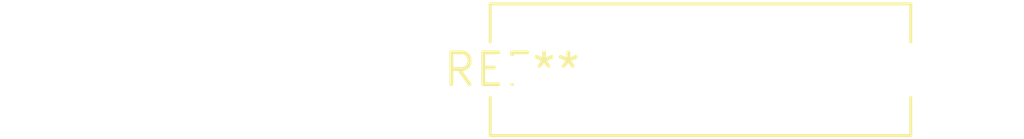
<source format=kicad_pcb>
(kicad_pcb (version 20240108) (generator pcbnew)
  (layers (0 "F.Cu" signal) (31 "B.Cu" signal) (34 "B.Paste" user) (35 "F.Paste" user) (36 "B.SilkS" user "B.Silkscreen") (37 "F.SilkS" user "F.Silkscreen") (38 "B.Mask" user) (39 "F.Mask" user) (44 "Edge.Cuts" user))
  (net 0 "")
  (footprint "C_Rect_L16.5mm_W5.0mm_P15.00mm_MKT" (layer "F.Cu") (at 0 0)
    (property "Reference" "REF**")
    (property "Value" "C_Rect_L16.5mm_W5.0mm_P15.00mm_MKT")
    (fp_line (start -0.87 -2.62) (end -0.87 -1.104) (layer "F.SilkS") (stroke (width 0.12)))
    (fp_line (start -0.87 -2.62) (end 15.87 -2.62) (layer "F.SilkS") (stroke (width 0.12)))
    (fp_line (start -0.87 1.104) (end -0.87 2.62) (layer "F.SilkS") (stroke (width 0.12)))
    (fp_line (start -0.87 2.62) (end 15.87 2.62) (layer "F.SilkS") (stroke (width 0.12)))
    (fp_line (start 15.87 -2.62) (end 15.87 -1.104) (layer "F.SilkS") (stroke (width 0.12)))
    (fp_line (start 15.87 1.104) (end 15.87 2.62) (layer "F.SilkS") (stroke (width 0.12)))
    (pad "1" thru_hole circle (at 0 0) (size 2.2 2.2) (drill 1.1) (layers *.Cu *.Mask) (remove_unused_layers))
    (pad "2" thru_hole circle (at 15 0) (size 2.2 2.2) (drill 1.1) (layers *.Cu *.Mask) (remove_unused_layers))
  )
)
</source>
